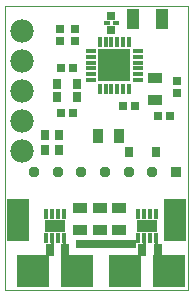
<source format=gts>
G75*
%MOIN*%
%OFA0B0*%
%FSLAX25Y25*%
%IPPOS*%
%LPD*%
%AMOC8*
5,1,8,0,0,1.08239X$1,22.5*
%
%ADD10C,0.00000*%
%ADD11C,0.01000*%
%ADD12R,0.20079X0.03150*%
%ADD13R,0.03394X0.01394*%
%ADD14R,0.01394X0.03394*%
%ADD15R,0.10794X0.10794*%
%ADD16R,0.02756X0.03346*%
%ADD17R,0.02362X0.01575*%
%ADD18R,0.02559X0.02559*%
%ADD19R,0.04331X0.07087*%
%ADD20R,0.02756X0.03150*%
%ADD21R,0.05118X0.03543*%
%ADD22R,0.03150X0.02756*%
%ADD23R,0.03150X0.03543*%
%ADD24R,0.02874X0.03661*%
%ADD25C,0.07794*%
%ADD26R,0.03543X0.05118*%
%ADD27R,0.01494X0.03194*%
%ADD28R,0.07094X0.04294*%
%ADD29R,0.11024X0.11024*%
%ADD30C,0.01575*%
%ADD31R,0.03150X0.03937*%
%ADD32R,0.07480X0.07480*%
%ADD33OC8,0.03575*%
%ADD34R,0.03575X0.03575*%
D10*
X0051468Y0044415D02*
X0112491Y0044415D01*
X0112491Y0087722D01*
X0112491Y0079848D02*
X0112491Y0138903D01*
X0051468Y0138903D01*
X0051468Y0044415D01*
X0056625Y0047013D02*
X0056627Y0047061D01*
X0056633Y0047109D01*
X0056643Y0047156D01*
X0056656Y0047202D01*
X0056674Y0047247D01*
X0056694Y0047291D01*
X0056719Y0047333D01*
X0056747Y0047372D01*
X0056777Y0047409D01*
X0056811Y0047443D01*
X0056848Y0047475D01*
X0056886Y0047504D01*
X0056927Y0047529D01*
X0056970Y0047551D01*
X0057015Y0047569D01*
X0057061Y0047583D01*
X0057108Y0047594D01*
X0057156Y0047601D01*
X0057204Y0047604D01*
X0057252Y0047603D01*
X0057300Y0047598D01*
X0057348Y0047589D01*
X0057394Y0047577D01*
X0057439Y0047560D01*
X0057483Y0047540D01*
X0057525Y0047517D01*
X0057565Y0047490D01*
X0057603Y0047460D01*
X0057638Y0047427D01*
X0057670Y0047391D01*
X0057700Y0047353D01*
X0057726Y0047312D01*
X0057748Y0047269D01*
X0057768Y0047225D01*
X0057783Y0047180D01*
X0057795Y0047133D01*
X0057803Y0047085D01*
X0057807Y0047037D01*
X0057807Y0046989D01*
X0057803Y0046941D01*
X0057795Y0046893D01*
X0057783Y0046846D01*
X0057768Y0046801D01*
X0057748Y0046757D01*
X0057726Y0046714D01*
X0057700Y0046673D01*
X0057670Y0046635D01*
X0057638Y0046599D01*
X0057603Y0046566D01*
X0057565Y0046536D01*
X0057525Y0046509D01*
X0057483Y0046486D01*
X0057439Y0046466D01*
X0057394Y0046449D01*
X0057348Y0046437D01*
X0057300Y0046428D01*
X0057252Y0046423D01*
X0057204Y0046422D01*
X0057156Y0046425D01*
X0057108Y0046432D01*
X0057061Y0046443D01*
X0057015Y0046457D01*
X0056970Y0046475D01*
X0056927Y0046497D01*
X0056886Y0046522D01*
X0056848Y0046551D01*
X0056811Y0046583D01*
X0056777Y0046617D01*
X0056747Y0046654D01*
X0056719Y0046693D01*
X0056694Y0046735D01*
X0056674Y0046779D01*
X0056656Y0046824D01*
X0056643Y0046870D01*
X0056633Y0046917D01*
X0056627Y0046965D01*
X0056625Y0047013D01*
X0056625Y0054415D02*
X0056627Y0054463D01*
X0056633Y0054511D01*
X0056643Y0054558D01*
X0056656Y0054604D01*
X0056674Y0054649D01*
X0056694Y0054693D01*
X0056719Y0054735D01*
X0056747Y0054774D01*
X0056777Y0054811D01*
X0056811Y0054845D01*
X0056848Y0054877D01*
X0056886Y0054906D01*
X0056927Y0054931D01*
X0056970Y0054953D01*
X0057015Y0054971D01*
X0057061Y0054985D01*
X0057108Y0054996D01*
X0057156Y0055003D01*
X0057204Y0055006D01*
X0057252Y0055005D01*
X0057300Y0055000D01*
X0057348Y0054991D01*
X0057394Y0054979D01*
X0057439Y0054962D01*
X0057483Y0054942D01*
X0057525Y0054919D01*
X0057565Y0054892D01*
X0057603Y0054862D01*
X0057638Y0054829D01*
X0057670Y0054793D01*
X0057700Y0054755D01*
X0057726Y0054714D01*
X0057748Y0054671D01*
X0057768Y0054627D01*
X0057783Y0054582D01*
X0057795Y0054535D01*
X0057803Y0054487D01*
X0057807Y0054439D01*
X0057807Y0054391D01*
X0057803Y0054343D01*
X0057795Y0054295D01*
X0057783Y0054248D01*
X0057768Y0054203D01*
X0057748Y0054159D01*
X0057726Y0054116D01*
X0057700Y0054075D01*
X0057670Y0054037D01*
X0057638Y0054001D01*
X0057603Y0053968D01*
X0057565Y0053938D01*
X0057525Y0053911D01*
X0057483Y0053888D01*
X0057439Y0053868D01*
X0057394Y0053851D01*
X0057348Y0053839D01*
X0057300Y0053830D01*
X0057252Y0053825D01*
X0057204Y0053824D01*
X0057156Y0053827D01*
X0057108Y0053834D01*
X0057061Y0053845D01*
X0057015Y0053859D01*
X0056970Y0053877D01*
X0056927Y0053899D01*
X0056886Y0053924D01*
X0056848Y0053953D01*
X0056811Y0053985D01*
X0056777Y0054019D01*
X0056747Y0054056D01*
X0056719Y0054095D01*
X0056694Y0054137D01*
X0056674Y0054181D01*
X0056656Y0054226D01*
X0056643Y0054272D01*
X0056633Y0054319D01*
X0056627Y0054367D01*
X0056625Y0054415D01*
X0064026Y0054415D02*
X0064028Y0054463D01*
X0064034Y0054511D01*
X0064044Y0054558D01*
X0064057Y0054604D01*
X0064075Y0054649D01*
X0064095Y0054693D01*
X0064120Y0054735D01*
X0064148Y0054774D01*
X0064178Y0054811D01*
X0064212Y0054845D01*
X0064249Y0054877D01*
X0064287Y0054906D01*
X0064328Y0054931D01*
X0064371Y0054953D01*
X0064416Y0054971D01*
X0064462Y0054985D01*
X0064509Y0054996D01*
X0064557Y0055003D01*
X0064605Y0055006D01*
X0064653Y0055005D01*
X0064701Y0055000D01*
X0064749Y0054991D01*
X0064795Y0054979D01*
X0064840Y0054962D01*
X0064884Y0054942D01*
X0064926Y0054919D01*
X0064966Y0054892D01*
X0065004Y0054862D01*
X0065039Y0054829D01*
X0065071Y0054793D01*
X0065101Y0054755D01*
X0065127Y0054714D01*
X0065149Y0054671D01*
X0065169Y0054627D01*
X0065184Y0054582D01*
X0065196Y0054535D01*
X0065204Y0054487D01*
X0065208Y0054439D01*
X0065208Y0054391D01*
X0065204Y0054343D01*
X0065196Y0054295D01*
X0065184Y0054248D01*
X0065169Y0054203D01*
X0065149Y0054159D01*
X0065127Y0054116D01*
X0065101Y0054075D01*
X0065071Y0054037D01*
X0065039Y0054001D01*
X0065004Y0053968D01*
X0064966Y0053938D01*
X0064926Y0053911D01*
X0064884Y0053888D01*
X0064840Y0053868D01*
X0064795Y0053851D01*
X0064749Y0053839D01*
X0064701Y0053830D01*
X0064653Y0053825D01*
X0064605Y0053824D01*
X0064557Y0053827D01*
X0064509Y0053834D01*
X0064462Y0053845D01*
X0064416Y0053859D01*
X0064371Y0053877D01*
X0064328Y0053899D01*
X0064287Y0053924D01*
X0064249Y0053953D01*
X0064212Y0053985D01*
X0064178Y0054019D01*
X0064148Y0054056D01*
X0064120Y0054095D01*
X0064095Y0054137D01*
X0064075Y0054181D01*
X0064057Y0054226D01*
X0064044Y0054272D01*
X0064034Y0054319D01*
X0064028Y0054367D01*
X0064026Y0054415D01*
X0064026Y0047013D02*
X0064028Y0047061D01*
X0064034Y0047109D01*
X0064044Y0047156D01*
X0064057Y0047202D01*
X0064075Y0047247D01*
X0064095Y0047291D01*
X0064120Y0047333D01*
X0064148Y0047372D01*
X0064178Y0047409D01*
X0064212Y0047443D01*
X0064249Y0047475D01*
X0064287Y0047504D01*
X0064328Y0047529D01*
X0064371Y0047551D01*
X0064416Y0047569D01*
X0064462Y0047583D01*
X0064509Y0047594D01*
X0064557Y0047601D01*
X0064605Y0047604D01*
X0064653Y0047603D01*
X0064701Y0047598D01*
X0064749Y0047589D01*
X0064795Y0047577D01*
X0064840Y0047560D01*
X0064884Y0047540D01*
X0064926Y0047517D01*
X0064966Y0047490D01*
X0065004Y0047460D01*
X0065039Y0047427D01*
X0065071Y0047391D01*
X0065101Y0047353D01*
X0065127Y0047312D01*
X0065149Y0047269D01*
X0065169Y0047225D01*
X0065184Y0047180D01*
X0065196Y0047133D01*
X0065204Y0047085D01*
X0065208Y0047037D01*
X0065208Y0046989D01*
X0065204Y0046941D01*
X0065196Y0046893D01*
X0065184Y0046846D01*
X0065169Y0046801D01*
X0065149Y0046757D01*
X0065127Y0046714D01*
X0065101Y0046673D01*
X0065071Y0046635D01*
X0065039Y0046599D01*
X0065004Y0046566D01*
X0064966Y0046536D01*
X0064926Y0046509D01*
X0064884Y0046486D01*
X0064840Y0046466D01*
X0064795Y0046449D01*
X0064749Y0046437D01*
X0064701Y0046428D01*
X0064653Y0046423D01*
X0064605Y0046422D01*
X0064557Y0046425D01*
X0064509Y0046432D01*
X0064462Y0046443D01*
X0064416Y0046457D01*
X0064371Y0046475D01*
X0064328Y0046497D01*
X0064287Y0046522D01*
X0064249Y0046551D01*
X0064212Y0046583D01*
X0064178Y0046617D01*
X0064148Y0046654D01*
X0064120Y0046693D01*
X0064095Y0046735D01*
X0064075Y0046779D01*
X0064057Y0046824D01*
X0064044Y0046870D01*
X0064034Y0046917D01*
X0064028Y0046965D01*
X0064026Y0047013D01*
X0071192Y0047013D02*
X0071194Y0047061D01*
X0071200Y0047109D01*
X0071210Y0047156D01*
X0071223Y0047202D01*
X0071241Y0047247D01*
X0071261Y0047291D01*
X0071286Y0047333D01*
X0071314Y0047372D01*
X0071344Y0047409D01*
X0071378Y0047443D01*
X0071415Y0047475D01*
X0071453Y0047504D01*
X0071494Y0047529D01*
X0071537Y0047551D01*
X0071582Y0047569D01*
X0071628Y0047583D01*
X0071675Y0047594D01*
X0071723Y0047601D01*
X0071771Y0047604D01*
X0071819Y0047603D01*
X0071867Y0047598D01*
X0071915Y0047589D01*
X0071961Y0047577D01*
X0072006Y0047560D01*
X0072050Y0047540D01*
X0072092Y0047517D01*
X0072132Y0047490D01*
X0072170Y0047460D01*
X0072205Y0047427D01*
X0072237Y0047391D01*
X0072267Y0047353D01*
X0072293Y0047312D01*
X0072315Y0047269D01*
X0072335Y0047225D01*
X0072350Y0047180D01*
X0072362Y0047133D01*
X0072370Y0047085D01*
X0072374Y0047037D01*
X0072374Y0046989D01*
X0072370Y0046941D01*
X0072362Y0046893D01*
X0072350Y0046846D01*
X0072335Y0046801D01*
X0072315Y0046757D01*
X0072293Y0046714D01*
X0072267Y0046673D01*
X0072237Y0046635D01*
X0072205Y0046599D01*
X0072170Y0046566D01*
X0072132Y0046536D01*
X0072092Y0046509D01*
X0072050Y0046486D01*
X0072006Y0046466D01*
X0071961Y0046449D01*
X0071915Y0046437D01*
X0071867Y0046428D01*
X0071819Y0046423D01*
X0071771Y0046422D01*
X0071723Y0046425D01*
X0071675Y0046432D01*
X0071628Y0046443D01*
X0071582Y0046457D01*
X0071537Y0046475D01*
X0071494Y0046497D01*
X0071453Y0046522D01*
X0071415Y0046551D01*
X0071378Y0046583D01*
X0071344Y0046617D01*
X0071314Y0046654D01*
X0071286Y0046693D01*
X0071261Y0046735D01*
X0071241Y0046779D01*
X0071223Y0046824D01*
X0071210Y0046870D01*
X0071200Y0046917D01*
X0071194Y0046965D01*
X0071192Y0047013D01*
X0071192Y0054415D02*
X0071194Y0054463D01*
X0071200Y0054511D01*
X0071210Y0054558D01*
X0071223Y0054604D01*
X0071241Y0054649D01*
X0071261Y0054693D01*
X0071286Y0054735D01*
X0071314Y0054774D01*
X0071344Y0054811D01*
X0071378Y0054845D01*
X0071415Y0054877D01*
X0071453Y0054906D01*
X0071494Y0054931D01*
X0071537Y0054953D01*
X0071582Y0054971D01*
X0071628Y0054985D01*
X0071675Y0054996D01*
X0071723Y0055003D01*
X0071771Y0055006D01*
X0071819Y0055005D01*
X0071867Y0055000D01*
X0071915Y0054991D01*
X0071961Y0054979D01*
X0072006Y0054962D01*
X0072050Y0054942D01*
X0072092Y0054919D01*
X0072132Y0054892D01*
X0072170Y0054862D01*
X0072205Y0054829D01*
X0072237Y0054793D01*
X0072267Y0054755D01*
X0072293Y0054714D01*
X0072315Y0054671D01*
X0072335Y0054627D01*
X0072350Y0054582D01*
X0072362Y0054535D01*
X0072370Y0054487D01*
X0072374Y0054439D01*
X0072374Y0054391D01*
X0072370Y0054343D01*
X0072362Y0054295D01*
X0072350Y0054248D01*
X0072335Y0054203D01*
X0072315Y0054159D01*
X0072293Y0054116D01*
X0072267Y0054075D01*
X0072237Y0054037D01*
X0072205Y0054001D01*
X0072170Y0053968D01*
X0072132Y0053938D01*
X0072092Y0053911D01*
X0072050Y0053888D01*
X0072006Y0053868D01*
X0071961Y0053851D01*
X0071915Y0053839D01*
X0071867Y0053830D01*
X0071819Y0053825D01*
X0071771Y0053824D01*
X0071723Y0053827D01*
X0071675Y0053834D01*
X0071628Y0053845D01*
X0071582Y0053859D01*
X0071537Y0053877D01*
X0071494Y0053899D01*
X0071453Y0053924D01*
X0071415Y0053953D01*
X0071378Y0053985D01*
X0071344Y0054019D01*
X0071314Y0054056D01*
X0071286Y0054095D01*
X0071261Y0054137D01*
X0071241Y0054181D01*
X0071223Y0054226D01*
X0071210Y0054272D01*
X0071200Y0054319D01*
X0071194Y0054367D01*
X0071192Y0054415D01*
X0078593Y0054415D02*
X0078595Y0054463D01*
X0078601Y0054511D01*
X0078611Y0054558D01*
X0078624Y0054604D01*
X0078642Y0054649D01*
X0078662Y0054693D01*
X0078687Y0054735D01*
X0078715Y0054774D01*
X0078745Y0054811D01*
X0078779Y0054845D01*
X0078816Y0054877D01*
X0078854Y0054906D01*
X0078895Y0054931D01*
X0078938Y0054953D01*
X0078983Y0054971D01*
X0079029Y0054985D01*
X0079076Y0054996D01*
X0079124Y0055003D01*
X0079172Y0055006D01*
X0079220Y0055005D01*
X0079268Y0055000D01*
X0079316Y0054991D01*
X0079362Y0054979D01*
X0079407Y0054962D01*
X0079451Y0054942D01*
X0079493Y0054919D01*
X0079533Y0054892D01*
X0079571Y0054862D01*
X0079606Y0054829D01*
X0079638Y0054793D01*
X0079668Y0054755D01*
X0079694Y0054714D01*
X0079716Y0054671D01*
X0079736Y0054627D01*
X0079751Y0054582D01*
X0079763Y0054535D01*
X0079771Y0054487D01*
X0079775Y0054439D01*
X0079775Y0054391D01*
X0079771Y0054343D01*
X0079763Y0054295D01*
X0079751Y0054248D01*
X0079736Y0054203D01*
X0079716Y0054159D01*
X0079694Y0054116D01*
X0079668Y0054075D01*
X0079638Y0054037D01*
X0079606Y0054001D01*
X0079571Y0053968D01*
X0079533Y0053938D01*
X0079493Y0053911D01*
X0079451Y0053888D01*
X0079407Y0053868D01*
X0079362Y0053851D01*
X0079316Y0053839D01*
X0079268Y0053830D01*
X0079220Y0053825D01*
X0079172Y0053824D01*
X0079124Y0053827D01*
X0079076Y0053834D01*
X0079029Y0053845D01*
X0078983Y0053859D01*
X0078938Y0053877D01*
X0078895Y0053899D01*
X0078854Y0053924D01*
X0078816Y0053953D01*
X0078779Y0053985D01*
X0078745Y0054019D01*
X0078715Y0054056D01*
X0078687Y0054095D01*
X0078662Y0054137D01*
X0078642Y0054181D01*
X0078624Y0054226D01*
X0078611Y0054272D01*
X0078601Y0054319D01*
X0078595Y0054367D01*
X0078593Y0054415D01*
X0078593Y0047013D02*
X0078595Y0047061D01*
X0078601Y0047109D01*
X0078611Y0047156D01*
X0078624Y0047202D01*
X0078642Y0047247D01*
X0078662Y0047291D01*
X0078687Y0047333D01*
X0078715Y0047372D01*
X0078745Y0047409D01*
X0078779Y0047443D01*
X0078816Y0047475D01*
X0078854Y0047504D01*
X0078895Y0047529D01*
X0078938Y0047551D01*
X0078983Y0047569D01*
X0079029Y0047583D01*
X0079076Y0047594D01*
X0079124Y0047601D01*
X0079172Y0047604D01*
X0079220Y0047603D01*
X0079268Y0047598D01*
X0079316Y0047589D01*
X0079362Y0047577D01*
X0079407Y0047560D01*
X0079451Y0047540D01*
X0079493Y0047517D01*
X0079533Y0047490D01*
X0079571Y0047460D01*
X0079606Y0047427D01*
X0079638Y0047391D01*
X0079668Y0047353D01*
X0079694Y0047312D01*
X0079716Y0047269D01*
X0079736Y0047225D01*
X0079751Y0047180D01*
X0079763Y0047133D01*
X0079771Y0047085D01*
X0079775Y0047037D01*
X0079775Y0046989D01*
X0079771Y0046941D01*
X0079763Y0046893D01*
X0079751Y0046846D01*
X0079736Y0046801D01*
X0079716Y0046757D01*
X0079694Y0046714D01*
X0079668Y0046673D01*
X0079638Y0046635D01*
X0079606Y0046599D01*
X0079571Y0046566D01*
X0079533Y0046536D01*
X0079493Y0046509D01*
X0079451Y0046486D01*
X0079407Y0046466D01*
X0079362Y0046449D01*
X0079316Y0046437D01*
X0079268Y0046428D01*
X0079220Y0046423D01*
X0079172Y0046422D01*
X0079124Y0046425D01*
X0079076Y0046432D01*
X0079029Y0046443D01*
X0078983Y0046457D01*
X0078938Y0046475D01*
X0078895Y0046497D01*
X0078854Y0046522D01*
X0078816Y0046551D01*
X0078779Y0046583D01*
X0078745Y0046617D01*
X0078715Y0046654D01*
X0078687Y0046693D01*
X0078662Y0046735D01*
X0078642Y0046779D01*
X0078624Y0046824D01*
X0078611Y0046870D01*
X0078601Y0046917D01*
X0078595Y0046965D01*
X0078593Y0047013D01*
X0087333Y0047013D02*
X0087335Y0047061D01*
X0087341Y0047109D01*
X0087351Y0047156D01*
X0087364Y0047202D01*
X0087382Y0047247D01*
X0087402Y0047291D01*
X0087427Y0047333D01*
X0087455Y0047372D01*
X0087485Y0047409D01*
X0087519Y0047443D01*
X0087556Y0047475D01*
X0087594Y0047504D01*
X0087635Y0047529D01*
X0087678Y0047551D01*
X0087723Y0047569D01*
X0087769Y0047583D01*
X0087816Y0047594D01*
X0087864Y0047601D01*
X0087912Y0047604D01*
X0087960Y0047603D01*
X0088008Y0047598D01*
X0088056Y0047589D01*
X0088102Y0047577D01*
X0088147Y0047560D01*
X0088191Y0047540D01*
X0088233Y0047517D01*
X0088273Y0047490D01*
X0088311Y0047460D01*
X0088346Y0047427D01*
X0088378Y0047391D01*
X0088408Y0047353D01*
X0088434Y0047312D01*
X0088456Y0047269D01*
X0088476Y0047225D01*
X0088491Y0047180D01*
X0088503Y0047133D01*
X0088511Y0047085D01*
X0088515Y0047037D01*
X0088515Y0046989D01*
X0088511Y0046941D01*
X0088503Y0046893D01*
X0088491Y0046846D01*
X0088476Y0046801D01*
X0088456Y0046757D01*
X0088434Y0046714D01*
X0088408Y0046673D01*
X0088378Y0046635D01*
X0088346Y0046599D01*
X0088311Y0046566D01*
X0088273Y0046536D01*
X0088233Y0046509D01*
X0088191Y0046486D01*
X0088147Y0046466D01*
X0088102Y0046449D01*
X0088056Y0046437D01*
X0088008Y0046428D01*
X0087960Y0046423D01*
X0087912Y0046422D01*
X0087864Y0046425D01*
X0087816Y0046432D01*
X0087769Y0046443D01*
X0087723Y0046457D01*
X0087678Y0046475D01*
X0087635Y0046497D01*
X0087594Y0046522D01*
X0087556Y0046551D01*
X0087519Y0046583D01*
X0087485Y0046617D01*
X0087455Y0046654D01*
X0087427Y0046693D01*
X0087402Y0046735D01*
X0087382Y0046779D01*
X0087364Y0046824D01*
X0087351Y0046870D01*
X0087341Y0046917D01*
X0087335Y0046965D01*
X0087333Y0047013D01*
X0087333Y0054415D02*
X0087335Y0054463D01*
X0087341Y0054511D01*
X0087351Y0054558D01*
X0087364Y0054604D01*
X0087382Y0054649D01*
X0087402Y0054693D01*
X0087427Y0054735D01*
X0087455Y0054774D01*
X0087485Y0054811D01*
X0087519Y0054845D01*
X0087556Y0054877D01*
X0087594Y0054906D01*
X0087635Y0054931D01*
X0087678Y0054953D01*
X0087723Y0054971D01*
X0087769Y0054985D01*
X0087816Y0054996D01*
X0087864Y0055003D01*
X0087912Y0055006D01*
X0087960Y0055005D01*
X0088008Y0055000D01*
X0088056Y0054991D01*
X0088102Y0054979D01*
X0088147Y0054962D01*
X0088191Y0054942D01*
X0088233Y0054919D01*
X0088273Y0054892D01*
X0088311Y0054862D01*
X0088346Y0054829D01*
X0088378Y0054793D01*
X0088408Y0054755D01*
X0088434Y0054714D01*
X0088456Y0054671D01*
X0088476Y0054627D01*
X0088491Y0054582D01*
X0088503Y0054535D01*
X0088511Y0054487D01*
X0088515Y0054439D01*
X0088515Y0054391D01*
X0088511Y0054343D01*
X0088503Y0054295D01*
X0088491Y0054248D01*
X0088476Y0054203D01*
X0088456Y0054159D01*
X0088434Y0054116D01*
X0088408Y0054075D01*
X0088378Y0054037D01*
X0088346Y0054001D01*
X0088311Y0053968D01*
X0088273Y0053938D01*
X0088233Y0053911D01*
X0088191Y0053888D01*
X0088147Y0053868D01*
X0088102Y0053851D01*
X0088056Y0053839D01*
X0088008Y0053830D01*
X0087960Y0053825D01*
X0087912Y0053824D01*
X0087864Y0053827D01*
X0087816Y0053834D01*
X0087769Y0053845D01*
X0087723Y0053859D01*
X0087678Y0053877D01*
X0087635Y0053899D01*
X0087594Y0053924D01*
X0087556Y0053953D01*
X0087519Y0053985D01*
X0087485Y0054019D01*
X0087455Y0054056D01*
X0087427Y0054095D01*
X0087402Y0054137D01*
X0087382Y0054181D01*
X0087364Y0054226D01*
X0087351Y0054272D01*
X0087341Y0054319D01*
X0087335Y0054367D01*
X0087333Y0054415D01*
X0094735Y0054415D02*
X0094737Y0054463D01*
X0094743Y0054511D01*
X0094753Y0054558D01*
X0094766Y0054604D01*
X0094784Y0054649D01*
X0094804Y0054693D01*
X0094829Y0054735D01*
X0094857Y0054774D01*
X0094887Y0054811D01*
X0094921Y0054845D01*
X0094958Y0054877D01*
X0094996Y0054906D01*
X0095037Y0054931D01*
X0095080Y0054953D01*
X0095125Y0054971D01*
X0095171Y0054985D01*
X0095218Y0054996D01*
X0095266Y0055003D01*
X0095314Y0055006D01*
X0095362Y0055005D01*
X0095410Y0055000D01*
X0095458Y0054991D01*
X0095504Y0054979D01*
X0095549Y0054962D01*
X0095593Y0054942D01*
X0095635Y0054919D01*
X0095675Y0054892D01*
X0095713Y0054862D01*
X0095748Y0054829D01*
X0095780Y0054793D01*
X0095810Y0054755D01*
X0095836Y0054714D01*
X0095858Y0054671D01*
X0095878Y0054627D01*
X0095893Y0054582D01*
X0095905Y0054535D01*
X0095913Y0054487D01*
X0095917Y0054439D01*
X0095917Y0054391D01*
X0095913Y0054343D01*
X0095905Y0054295D01*
X0095893Y0054248D01*
X0095878Y0054203D01*
X0095858Y0054159D01*
X0095836Y0054116D01*
X0095810Y0054075D01*
X0095780Y0054037D01*
X0095748Y0054001D01*
X0095713Y0053968D01*
X0095675Y0053938D01*
X0095635Y0053911D01*
X0095593Y0053888D01*
X0095549Y0053868D01*
X0095504Y0053851D01*
X0095458Y0053839D01*
X0095410Y0053830D01*
X0095362Y0053825D01*
X0095314Y0053824D01*
X0095266Y0053827D01*
X0095218Y0053834D01*
X0095171Y0053845D01*
X0095125Y0053859D01*
X0095080Y0053877D01*
X0095037Y0053899D01*
X0094996Y0053924D01*
X0094958Y0053953D01*
X0094921Y0053985D01*
X0094887Y0054019D01*
X0094857Y0054056D01*
X0094829Y0054095D01*
X0094804Y0054137D01*
X0094784Y0054181D01*
X0094766Y0054226D01*
X0094753Y0054272D01*
X0094743Y0054319D01*
X0094737Y0054367D01*
X0094735Y0054415D01*
X0094735Y0047013D02*
X0094737Y0047061D01*
X0094743Y0047109D01*
X0094753Y0047156D01*
X0094766Y0047202D01*
X0094784Y0047247D01*
X0094804Y0047291D01*
X0094829Y0047333D01*
X0094857Y0047372D01*
X0094887Y0047409D01*
X0094921Y0047443D01*
X0094958Y0047475D01*
X0094996Y0047504D01*
X0095037Y0047529D01*
X0095080Y0047551D01*
X0095125Y0047569D01*
X0095171Y0047583D01*
X0095218Y0047594D01*
X0095266Y0047601D01*
X0095314Y0047604D01*
X0095362Y0047603D01*
X0095410Y0047598D01*
X0095458Y0047589D01*
X0095504Y0047577D01*
X0095549Y0047560D01*
X0095593Y0047540D01*
X0095635Y0047517D01*
X0095675Y0047490D01*
X0095713Y0047460D01*
X0095748Y0047427D01*
X0095780Y0047391D01*
X0095810Y0047353D01*
X0095836Y0047312D01*
X0095858Y0047269D01*
X0095878Y0047225D01*
X0095893Y0047180D01*
X0095905Y0047133D01*
X0095913Y0047085D01*
X0095917Y0047037D01*
X0095917Y0046989D01*
X0095913Y0046941D01*
X0095905Y0046893D01*
X0095893Y0046846D01*
X0095878Y0046801D01*
X0095858Y0046757D01*
X0095836Y0046714D01*
X0095810Y0046673D01*
X0095780Y0046635D01*
X0095748Y0046599D01*
X0095713Y0046566D01*
X0095675Y0046536D01*
X0095635Y0046509D01*
X0095593Y0046486D01*
X0095549Y0046466D01*
X0095504Y0046449D01*
X0095458Y0046437D01*
X0095410Y0046428D01*
X0095362Y0046423D01*
X0095314Y0046422D01*
X0095266Y0046425D01*
X0095218Y0046432D01*
X0095171Y0046443D01*
X0095125Y0046457D01*
X0095080Y0046475D01*
X0095037Y0046497D01*
X0094996Y0046522D01*
X0094958Y0046551D01*
X0094921Y0046583D01*
X0094887Y0046617D01*
X0094857Y0046654D01*
X0094829Y0046693D01*
X0094804Y0046735D01*
X0094784Y0046779D01*
X0094766Y0046824D01*
X0094753Y0046870D01*
X0094743Y0046917D01*
X0094737Y0046965D01*
X0094735Y0047013D01*
X0101900Y0047013D02*
X0101902Y0047061D01*
X0101908Y0047109D01*
X0101918Y0047156D01*
X0101931Y0047202D01*
X0101949Y0047247D01*
X0101969Y0047291D01*
X0101994Y0047333D01*
X0102022Y0047372D01*
X0102052Y0047409D01*
X0102086Y0047443D01*
X0102123Y0047475D01*
X0102161Y0047504D01*
X0102202Y0047529D01*
X0102245Y0047551D01*
X0102290Y0047569D01*
X0102336Y0047583D01*
X0102383Y0047594D01*
X0102431Y0047601D01*
X0102479Y0047604D01*
X0102527Y0047603D01*
X0102575Y0047598D01*
X0102623Y0047589D01*
X0102669Y0047577D01*
X0102714Y0047560D01*
X0102758Y0047540D01*
X0102800Y0047517D01*
X0102840Y0047490D01*
X0102878Y0047460D01*
X0102913Y0047427D01*
X0102945Y0047391D01*
X0102975Y0047353D01*
X0103001Y0047312D01*
X0103023Y0047269D01*
X0103043Y0047225D01*
X0103058Y0047180D01*
X0103070Y0047133D01*
X0103078Y0047085D01*
X0103082Y0047037D01*
X0103082Y0046989D01*
X0103078Y0046941D01*
X0103070Y0046893D01*
X0103058Y0046846D01*
X0103043Y0046801D01*
X0103023Y0046757D01*
X0103001Y0046714D01*
X0102975Y0046673D01*
X0102945Y0046635D01*
X0102913Y0046599D01*
X0102878Y0046566D01*
X0102840Y0046536D01*
X0102800Y0046509D01*
X0102758Y0046486D01*
X0102714Y0046466D01*
X0102669Y0046449D01*
X0102623Y0046437D01*
X0102575Y0046428D01*
X0102527Y0046423D01*
X0102479Y0046422D01*
X0102431Y0046425D01*
X0102383Y0046432D01*
X0102336Y0046443D01*
X0102290Y0046457D01*
X0102245Y0046475D01*
X0102202Y0046497D01*
X0102161Y0046522D01*
X0102123Y0046551D01*
X0102086Y0046583D01*
X0102052Y0046617D01*
X0102022Y0046654D01*
X0101994Y0046693D01*
X0101969Y0046735D01*
X0101949Y0046779D01*
X0101931Y0046824D01*
X0101918Y0046870D01*
X0101908Y0046917D01*
X0101902Y0046965D01*
X0101900Y0047013D01*
X0101900Y0054415D02*
X0101902Y0054463D01*
X0101908Y0054511D01*
X0101918Y0054558D01*
X0101931Y0054604D01*
X0101949Y0054649D01*
X0101969Y0054693D01*
X0101994Y0054735D01*
X0102022Y0054774D01*
X0102052Y0054811D01*
X0102086Y0054845D01*
X0102123Y0054877D01*
X0102161Y0054906D01*
X0102202Y0054931D01*
X0102245Y0054953D01*
X0102290Y0054971D01*
X0102336Y0054985D01*
X0102383Y0054996D01*
X0102431Y0055003D01*
X0102479Y0055006D01*
X0102527Y0055005D01*
X0102575Y0055000D01*
X0102623Y0054991D01*
X0102669Y0054979D01*
X0102714Y0054962D01*
X0102758Y0054942D01*
X0102800Y0054919D01*
X0102840Y0054892D01*
X0102878Y0054862D01*
X0102913Y0054829D01*
X0102945Y0054793D01*
X0102975Y0054755D01*
X0103001Y0054714D01*
X0103023Y0054671D01*
X0103043Y0054627D01*
X0103058Y0054582D01*
X0103070Y0054535D01*
X0103078Y0054487D01*
X0103082Y0054439D01*
X0103082Y0054391D01*
X0103078Y0054343D01*
X0103070Y0054295D01*
X0103058Y0054248D01*
X0103043Y0054203D01*
X0103023Y0054159D01*
X0103001Y0054116D01*
X0102975Y0054075D01*
X0102945Y0054037D01*
X0102913Y0054001D01*
X0102878Y0053968D01*
X0102840Y0053938D01*
X0102800Y0053911D01*
X0102758Y0053888D01*
X0102714Y0053868D01*
X0102669Y0053851D01*
X0102623Y0053839D01*
X0102575Y0053830D01*
X0102527Y0053825D01*
X0102479Y0053824D01*
X0102431Y0053827D01*
X0102383Y0053834D01*
X0102336Y0053845D01*
X0102290Y0053859D01*
X0102245Y0053877D01*
X0102202Y0053899D01*
X0102161Y0053924D01*
X0102123Y0053953D01*
X0102086Y0053985D01*
X0102052Y0054019D01*
X0102022Y0054056D01*
X0101994Y0054095D01*
X0101969Y0054137D01*
X0101949Y0054181D01*
X0101931Y0054226D01*
X0101918Y0054272D01*
X0101908Y0054319D01*
X0101902Y0054367D01*
X0101900Y0054415D01*
X0109302Y0054415D02*
X0109304Y0054463D01*
X0109310Y0054511D01*
X0109320Y0054558D01*
X0109333Y0054604D01*
X0109351Y0054649D01*
X0109371Y0054693D01*
X0109396Y0054735D01*
X0109424Y0054774D01*
X0109454Y0054811D01*
X0109488Y0054845D01*
X0109525Y0054877D01*
X0109563Y0054906D01*
X0109604Y0054931D01*
X0109647Y0054953D01*
X0109692Y0054971D01*
X0109738Y0054985D01*
X0109785Y0054996D01*
X0109833Y0055003D01*
X0109881Y0055006D01*
X0109929Y0055005D01*
X0109977Y0055000D01*
X0110025Y0054991D01*
X0110071Y0054979D01*
X0110116Y0054962D01*
X0110160Y0054942D01*
X0110202Y0054919D01*
X0110242Y0054892D01*
X0110280Y0054862D01*
X0110315Y0054829D01*
X0110347Y0054793D01*
X0110377Y0054755D01*
X0110403Y0054714D01*
X0110425Y0054671D01*
X0110445Y0054627D01*
X0110460Y0054582D01*
X0110472Y0054535D01*
X0110480Y0054487D01*
X0110484Y0054439D01*
X0110484Y0054391D01*
X0110480Y0054343D01*
X0110472Y0054295D01*
X0110460Y0054248D01*
X0110445Y0054203D01*
X0110425Y0054159D01*
X0110403Y0054116D01*
X0110377Y0054075D01*
X0110347Y0054037D01*
X0110315Y0054001D01*
X0110280Y0053968D01*
X0110242Y0053938D01*
X0110202Y0053911D01*
X0110160Y0053888D01*
X0110116Y0053868D01*
X0110071Y0053851D01*
X0110025Y0053839D01*
X0109977Y0053830D01*
X0109929Y0053825D01*
X0109881Y0053824D01*
X0109833Y0053827D01*
X0109785Y0053834D01*
X0109738Y0053845D01*
X0109692Y0053859D01*
X0109647Y0053877D01*
X0109604Y0053899D01*
X0109563Y0053924D01*
X0109525Y0053953D01*
X0109488Y0053985D01*
X0109454Y0054019D01*
X0109424Y0054056D01*
X0109396Y0054095D01*
X0109371Y0054137D01*
X0109351Y0054181D01*
X0109333Y0054226D01*
X0109320Y0054272D01*
X0109310Y0054319D01*
X0109304Y0054367D01*
X0109302Y0054415D01*
X0109302Y0047013D02*
X0109304Y0047061D01*
X0109310Y0047109D01*
X0109320Y0047156D01*
X0109333Y0047202D01*
X0109351Y0047247D01*
X0109371Y0047291D01*
X0109396Y0047333D01*
X0109424Y0047372D01*
X0109454Y0047409D01*
X0109488Y0047443D01*
X0109525Y0047475D01*
X0109563Y0047504D01*
X0109604Y0047529D01*
X0109647Y0047551D01*
X0109692Y0047569D01*
X0109738Y0047583D01*
X0109785Y0047594D01*
X0109833Y0047601D01*
X0109881Y0047604D01*
X0109929Y0047603D01*
X0109977Y0047598D01*
X0110025Y0047589D01*
X0110071Y0047577D01*
X0110116Y0047560D01*
X0110160Y0047540D01*
X0110202Y0047517D01*
X0110242Y0047490D01*
X0110280Y0047460D01*
X0110315Y0047427D01*
X0110347Y0047391D01*
X0110377Y0047353D01*
X0110403Y0047312D01*
X0110425Y0047269D01*
X0110445Y0047225D01*
X0110460Y0047180D01*
X0110472Y0047133D01*
X0110480Y0047085D01*
X0110484Y0047037D01*
X0110484Y0046989D01*
X0110480Y0046941D01*
X0110472Y0046893D01*
X0110460Y0046846D01*
X0110445Y0046801D01*
X0110425Y0046757D01*
X0110403Y0046714D01*
X0110377Y0046673D01*
X0110347Y0046635D01*
X0110315Y0046599D01*
X0110280Y0046566D01*
X0110242Y0046536D01*
X0110202Y0046509D01*
X0110160Y0046486D01*
X0110116Y0046466D01*
X0110071Y0046449D01*
X0110025Y0046437D01*
X0109977Y0046428D01*
X0109929Y0046423D01*
X0109881Y0046422D01*
X0109833Y0046425D01*
X0109785Y0046432D01*
X0109738Y0046443D01*
X0109692Y0046457D01*
X0109647Y0046475D01*
X0109604Y0046497D01*
X0109563Y0046522D01*
X0109525Y0046551D01*
X0109488Y0046583D01*
X0109454Y0046617D01*
X0109424Y0046654D01*
X0109396Y0046693D01*
X0109371Y0046735D01*
X0109351Y0046779D01*
X0109333Y0046824D01*
X0109320Y0046870D01*
X0109310Y0046917D01*
X0109304Y0046965D01*
X0109302Y0047013D01*
D11*
X0101822Y0059139D02*
X0101822Y0060675D01*
X0097885Y0060635D02*
X0097885Y0059100D01*
X0071153Y0059139D02*
X0071153Y0060675D01*
X0067216Y0060675D02*
X0067216Y0059139D01*
D12*
X0085129Y0059769D03*
D13*
X0080332Y0114297D03*
X0080332Y0116265D03*
X0080332Y0118234D03*
X0080332Y0120202D03*
X0080332Y0122171D03*
X0080332Y0124139D03*
X0095832Y0124139D03*
X0095832Y0122171D03*
X0095832Y0120202D03*
X0095832Y0118234D03*
X0095832Y0116265D03*
X0095832Y0114297D03*
D14*
X0093003Y0111468D03*
X0091035Y0111468D03*
X0089066Y0111468D03*
X0087098Y0111468D03*
X0085129Y0111468D03*
X0083161Y0111468D03*
X0083161Y0126968D03*
X0085129Y0126968D03*
X0087098Y0126968D03*
X0089066Y0126968D03*
X0091035Y0126968D03*
X0093003Y0126968D03*
D15*
X0088082Y0119218D03*
D16*
X0075582Y0113175D03*
X0075582Y0108726D03*
X0069086Y0108726D03*
X0069086Y0113175D03*
D17*
X0085720Y0133391D03*
X0088476Y0133391D03*
D18*
X0087098Y0135754D03*
X0087098Y0131029D03*
D19*
X0094184Y0134769D03*
X0104027Y0134769D03*
D20*
X0094775Y0105832D03*
X0090838Y0105832D03*
X0102649Y0102289D03*
X0106586Y0102289D03*
X0074302Y0103470D03*
X0070365Y0103470D03*
X0070365Y0118234D03*
X0074302Y0118234D03*
D21*
X0101468Y0114887D03*
X0101468Y0107801D03*
X0089657Y0071580D03*
X0083161Y0071580D03*
X0076665Y0071580D03*
X0076665Y0064494D03*
X0083161Y0064494D03*
X0089657Y0064494D03*
D22*
X0108948Y0110163D03*
X0108948Y0114100D03*
X0075090Y0127486D03*
X0075090Y0131423D03*
X0069972Y0131423D03*
X0069972Y0127486D03*
D23*
X0069578Y0096187D03*
X0064854Y0096187D03*
X0064854Y0091069D03*
X0069578Y0091069D03*
D24*
X0093003Y0090281D03*
X0102058Y0090281D03*
D25*
X0057373Y0090872D03*
X0057373Y0100872D03*
X0057373Y0110872D03*
X0057373Y0120872D03*
X0057373Y0130872D03*
D26*
X0082570Y0095596D03*
X0089657Y0095596D03*
D27*
X0095916Y0069625D03*
X0097885Y0069625D03*
X0099854Y0069625D03*
X0101823Y0069625D03*
X0101823Y0061725D03*
X0099854Y0061725D03*
X0097885Y0061725D03*
X0095916Y0061725D03*
X0071153Y0061725D03*
X0069184Y0061725D03*
X0067216Y0061725D03*
X0065247Y0061725D03*
X0065247Y0069625D03*
X0067216Y0069625D03*
X0069184Y0069625D03*
X0071153Y0069625D03*
D28*
X0068200Y0065675D03*
X0098869Y0065675D03*
D29*
X0091625Y0050714D03*
X0106192Y0050714D03*
X0075483Y0050714D03*
X0060917Y0050714D03*
D30*
X0064617Y0047013D03*
X0057216Y0047013D03*
X0057216Y0054415D03*
X0064617Y0054415D03*
X0071783Y0054415D03*
X0079184Y0054415D03*
X0079184Y0047013D03*
X0071783Y0047013D03*
X0087924Y0047013D03*
X0087924Y0054415D03*
X0095326Y0054415D03*
X0102491Y0054415D03*
X0102491Y0047013D03*
X0095326Y0047013D03*
X0109893Y0047013D03*
X0109893Y0054415D03*
D31*
X0102452Y0057761D03*
X0097334Y0057761D03*
X0071743Y0057761D03*
X0066625Y0057761D03*
D32*
X0056035Y0064336D03*
X0056035Y0071187D03*
X0108121Y0071187D03*
X0108121Y0064336D03*
D33*
X0100680Y0083785D03*
X0092806Y0083785D03*
X0084932Y0083785D03*
X0077058Y0083785D03*
X0069184Y0083785D03*
X0061310Y0083785D03*
D34*
X0108554Y0083785D03*
M02*

</source>
